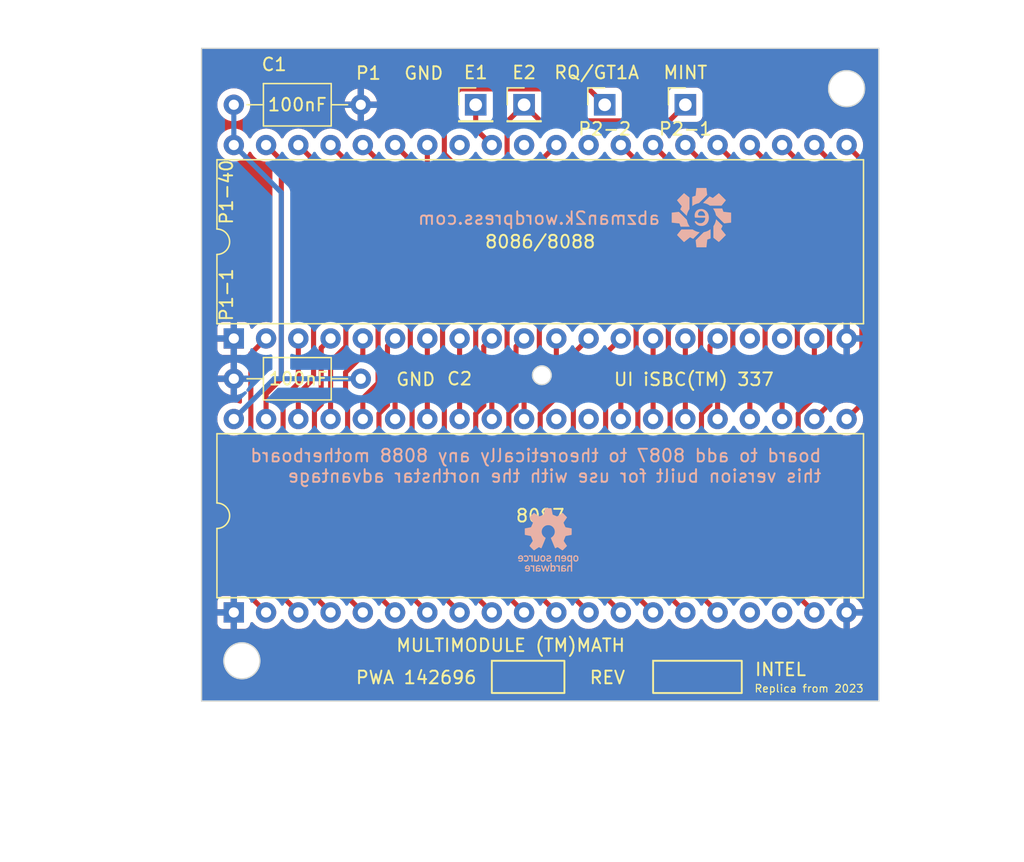
<source format=kicad_pcb>
(kicad_pcb (version 20221018) (generator pcbnew)
  (layers (0 "F.Cu" signal) (31 "B.Cu" signal) (34 "B.Paste" user) (35 "F.Paste" user) (36 "B.SilkS" user "B.Silkscreen") (37 "F.SilkS" user "F.Silkscreen") (38 "B.Mask" user) (39 "F.Mask" user) (44 "Edge.Cuts" user))
  (net 0 "")
  (net 1 "VCC")
  (net 2 "GND")
  (net 3 "{slash}GT1")
  (net 4 "Net-(J4-Pin_1)")
  (net 5 "Net-(U1-AD14)")
  (net 6 "Net-(U1-AD13)")
  (net 7 "Net-(U1-AD12)")
  (net 8 "Net-(U1-AD11)")
  (net 9 "Net-(U1-AD10)")
  (net 10 "Net-(U1-AD9)")
  (net 11 "Net-(U1-AD8)")
  (net 12 "Net-(U1-AD7)")
  (net 13 "Net-(U1-AD6)")
  (net 14 "Net-(U1-AD5)")
  (net 15 "Net-(U1-AD4)")
  (net 16 "Net-(U1-AD3)")
  (net 17 "Net-(U1-AD2)")
  (net 18 "Net-(U1-AD1)")
  (net 19 "Net-(U1-AD0)")
  (net 22 "CLK")
  (net 23 "RESET")
  (net 24 "READY")
  (net 25 "BUSY")
  (net 26 "QS1")
  (net 27 "QS0")
  (net 28 "Net-(U1-~{S0})")
  (net 29 "Net-(U1-~{S1})")
  (net 30 "Net-(U1-~{S2})")
  (net 33 "{slash}GT0")
  (net 34 "Net-(U1-~{BHE}{slash}S7)")
  (net 35 "Net-(U1-A19{slash}S6)")
  (net 36 "Net-(U1-A18{slash}S5)")
  (net 37 "Net-(U1-A17{slash}S4)")
  (net 38 "Net-(U1-A16{slash}S3)")
  (net 39 "Net-(U1-AD15)")
  (net 45 "Net-(J3-Pin_1)")
  (footprint "Capacitor_THT:C_Axial_L5.1mm_D3.1mm_P10.00mm_Horizontal" (layer "F.Cu") (at 31.75 32.385)
    (fp_text reference "C1" (at 3.175 -3.175) (layer "F.SilkS"))
    (fp_text value "100nF" (at 5 0) (layer "F.SilkS"))
    (pad "1" thru_hole circle (at 0 0) (size 1.6 1.6) (drill 0.8) (layers "*.Cu" "*.Mask") (net 1 "VCC"))
    (pad "2" thru_hole oval (at 10 0) (size 1.6 1.6) (drill 0.8) (layers "*.Cu" "*.Mask") (net 2 "GND"))
  )
  (footprint "Connector_PinHeader_2.54mm:PinHeader_1x01_P2.54mm_Vertical" (layer "F.Cu") (at 67.31 32.385)
    (fp_text reference "P2-1" (at 0 1.905) (layer "F.SilkS"))
    (fp_text value "MINT" (at 0 -2.54) (layer "F.SilkS"))
    (pad "1" thru_hole rect (at 0 0) (size 1.7 1.7) (drill 1) (layers "*.Cu" "*.Mask") (net 45 "Net-(J3-Pin_1)"))
  )
  (footprint "Connector_PinHeader_2.54mm:PinHeader_1x01_P2.54mm_Vertical" (layer "F.Cu") (at 50.8 32.385)
    (fp_text reference "J4" hide)
    (fp_text value "E1" (at 0 -2.54) (layer "F.SilkS"))
    (pad "1" thru_hole rect (at 0 0) (size 1.7 1.7) (drill 1) (layers "*.Cu" "*.Mask") (net 4 "Net-(J4-Pin_1)"))
  )
  (footprint "Package_DIP:DIP-40_W15.24mm" (layer "F.Cu") (at 31.75 50.8 90)
    (fp_text reference "U2" hide)
    (fp_text value "8086/8088" (at 7.62 24.13 180) (layer "F.SilkS"))
    (pad "1" thru_hole rect (at 0 0 90) (size 1.6 1.6) (drill 0.8) (layers "*.Cu" "*.Mask") (net 2 "GND"))
    (pad "2" thru_hole oval (at 0 2.54 90) (size 1.6 1.6) (drill 0.8) (layers "*.Cu" "*.Mask") (net 5 "Net-(U1-AD14)"))
    (pad "3" thru_hole oval (at 0 5.08 90) (size 1.6 1.6) (drill 0.8) (layers "*.Cu" "*.Mask") (net 6 "Net-(U1-AD13)"))
    (pad "4" thru_hole oval (at 0 7.62 90) (size 1.6 1.6) (drill 0.8) (layers "*.Cu" "*.Mask") (net 7 "Net-(U1-AD12)"))
    (pad "5" thru_hole oval (at 0 10.16 90) (size 1.6 1.6) (drill 0.8) (layers "*.Cu" "*.Mask") (net 8 "Net-(U1-AD11)"))
    (pad "6" thru_hole oval (at 0 12.7 90) (size 1.6 1.6) (drill 0.8) (layers "*.Cu" "*.Mask") (net 9 "Net-(U1-AD10)"))
    (pad "7" thru_hole oval (at 0 15.24 90) (size 1.6 1.6) (drill 0.8) (layers "*.Cu" "*.Mask") (net 10 "Net-(U1-AD9)"))
    (pad "8" thru_hole oval (at 0 17.78 90) (size 1.6 1.6) (drill 0.8) (layers "*.Cu" "*.Mask") (net 11 "Net-(U1-AD8)"))
    (pad "9" thru_hole oval (at 0 20.32 90) (size 1.6 1.6) (drill 0.8) (layers "*.Cu" "*.Mask") (net 12 "Net-(U1-AD7)"))
    (pad "10" thru_hole oval (at 0 22.86 90) (size 1.6 1.6) (drill 0.8) (layers "*.Cu" "*.Mask") (net 13 "Net-(U1-AD6)"))
    (pad "11" thru_hole oval (at 0 25.4 90) (size 1.6 1.6) (drill 0.8) (layers "*.Cu" "*.Mask") (net 14 "Net-(U1-AD5)"))
    (pad "12" thru_hole oval (at 0 27.94 90) (size 1.6 1.6) (drill 0.8) (layers "*.Cu" "*.Mask") (net 15 "Net-(U1-AD4)"))
    (pad "13" thru_hole oval (at 0 30.48 90) (size 1.6 1.6) (drill 0.8) (layers "*.Cu" "*.Mask") (net 16 "Net-(U1-AD3)"))
    (pad "14" thru_hole oval (at 0 33.02 90) (size 1.6 1.6) (drill 0.8) (layers "*.Cu" "*.Mask") (net 17 "Net-(U1-AD2)"))
    (pad "15" thru_hole oval (at 0 35.56 90) (size 1.6 1.6) (drill 0.8) (layers "*.Cu" "*.Mask") (net 18 "Net-(U1-AD1)"))
    (pad "16" thru_hole oval (at 0 38.1 90) (size 1.6 1.6) (drill 0.8) (layers "*.Cu" "*.Mask") (net 19 "Net-(U1-AD0)"))
    (pad "17" thru_hole oval (at 0 40.64 90) (size 1.6 1.6) (drill 0.8) (layers "*.Cu" "*.Mask"))
    (pad "18" thru_hole oval (at 0 43.18 90) (size 1.6 1.6) (drill 0.8) (layers "*.Cu" "*.Mask"))
    (pad "19" thru_hole oval (at 0 45.72 90) (size 1.6 1.6) (drill 0.8) (layers "*.Cu" "*.Mask") (net 22 "CLK"))
    (pad "20" thru_hole oval (at 0 48.26 90) (size 1.6 1.6) (drill 0.8) (layers "*.Cu" "*.Mask") (net 2 "GND"))
    (pad "21" thru_hole oval (at 15.24 48.26 90) (size 1.6 1.6) (drill 0.8) (layers "*.Cu" "*.Mask") (net 23 "RESET"))
    (pad "22" thru_hole oval (at 15.24 45.72 90) (size 1.6 1.6) (drill 0.8) (layers "*.Cu" "*.Mask") (net 24 "READY"))
    (pad "23" thru_hole oval (at 15.24 43.18 90) (size 1.6 1.6) (drill 0.8) (layers "*.Cu" "*.Mask") (net 25 "BUSY"))
    (pad "24" thru_hole oval (at 15.24 40.64 90) (size 1.6 1.6) (drill 0.8) (layers "*.Cu" "*.Mask") (net 26 "QS1"))
    (pad "25" thru_hole oval (at 15.24 38.1 90) (size 1.6 1.6) (drill 0.8) (layers "*.Cu" "*.Mask") (net 27 "QS0"))
    (pad "26" thru_hole oval (at 15.24 35.56 90) (size 1.6 1.6) (drill 0.8) (layers "*.Cu" "*.Mask") (net 28 "Net-(U1-~{S0})"))
    (pad "27" thru_hole oval (at 15.24 33.02 90) (size 1.6 1.6) (drill 0.8) (layers "*.Cu" "*.Mask") (net 29 "Net-(U1-~{S1})"))
    (pad "28" thru_hole oval (at 15.24 30.48 90) (size 1.6 1.6) (drill 0.8) (layers "*.Cu" "*.Mask") (net 30 "Net-(U1-~{S2})"))
    (pad "29" thru_hole oval (at 15.24 27.94 90) (size 1.6 1.6) (drill 0.8) (layers "*.Cu" "*.Mask"))
    (pad "30" thru_hole oval (at 15.24 25.4 90) (size 1.6 1.6) (drill 0.8) (layers "*.Cu" "*.Mask") (net 33 "{slash}GT0"))
    (pad "31" thru_hole oval (at 15.24 22.86 90) (size 1.6 1.6) (drill 0.8) (layers "*.Cu" "*.Mask"))
    (pad "32" thru_hole oval (at 15.24 20.32 90) (size 1.6 1.6) (drill 0.8) (layers "*.Cu" "*.Mask") (net 4 "Net-(J4-Pin_1)"))
    (pad "33" thru_hole oval (at 15.24 17.78 90) (size 1.6 1.6) (drill 0.8) (layers "*.Cu" "*.Mask"))
    (pad "34" thru_hole oval (at 15.24 15.24 90) (size 1.6 1.6) (drill 0.8) (layers "*.Cu" "*.Mask") (net 34 "Net-(U1-~{BHE}{slash}S7)"))
    (pad "35" thru_hole oval (at 15.24 12.7 90) (size 1.6 1.6) (drill 0.8) (layers "*.Cu" "*.Mask") (net 35 "Net-(U1-A19{slash}S6)"))
    (pad "36" thru_hole oval (at 15.24 10.16 90) (size 1.6 1.6) (drill 0.8) (layers "*.Cu" "*.Mask") (net 36 "Net-(U1-A18{slash}S5)"))
    (pad "37" thru_hole oval (at 15.24 7.62 90) (size 1.6 1.6) (drill 0.8) (layers "*.Cu" "*.Mask") (net 37 "Net-(U1-A17{slash}S4)"))
    (pad "38" thru_hole oval (at 15.24 5.08 90) (size 1.6 1.6) (drill 0.8) (layers "*.Cu" "*.Mask") (net 38 "Net-(U1-A16{slash}S3)"))
    (pad "39" thru_hole oval (at 15.24 2.54 90) (size 1.6 1.6) (drill 0.8) (layers "*.Cu" "*.Mask") (net 39 "Net-(U1-AD15)"))
    (pad "40" thru_hole oval (at 15.24 0 90) (size 1.6 1.6) (drill 0.8) (layers "*.Cu" "*.Mask") (net 1 "VCC"))
  )
  (footprint "Package_DIP:DIP-40_W15.24mm" (layer "F.Cu") (at 31.75 72.39 90)
    (fp_text reference "U1" hide)
    (fp_text value "8087" (at 7.62 24.13 180) (layer "F.SilkS"))
    (pad "1" thru_hole rect (at 0 0 90) (size 1.6 1.6) (drill 0.8) (layers "*.Cu" "*.Mask") (net 2 "GND"))
    (pad "2" thru_hole oval (at 0 2.54 90) (size 1.6 1.6) (drill 0.8) (layers "*.Cu" "*.Mask") (net 5 "Net-(U1-AD14)"))
    (pad "3" thru_hole oval (at 0 5.08 90) (size 1.6 1.6) (drill 0.8) (layers "*.Cu" "*.Mask") (net 6 "Net-(U1-AD13)"))
    (pad "4" thru_hole oval (at 0 7.62 90) (size 1.6 1.6) (drill 0.8) (layers "*.Cu" "*.Mask") (net 7 "Net-(U1-AD12)"))
    (pad "5" thru_hole oval (at 0 10.16 90) (size 1.6 1.6) (drill 0.8) (layers "*.Cu" "*.Mask") (net 8 "Net-(U1-AD11)"))
    (pad "6" thru_hole oval (at 0 12.7 90) (size 1.6 1.6) (drill 0.8) (layers "*.Cu" "*.Mask") (net 9 "Net-(U1-AD10)"))
    (pad "7" thru_hole oval (at 0 15.24 90) (size 1.6 1.6) (drill 0.8) (layers "*.Cu" "*.Mask") (net 10 "Net-(U1-AD9)"))
    (pad "8" thru_hole oval (at 0 17.78 90) (size 1.6 1.6) (drill 0.8) (layers "*.Cu" "*.Mask") (net 11 "Net-(U1-AD8)"))
    (pad "9" thru_hole oval (at 0 20.32 90) (size 1.6 1.6) (drill 0.8) (layers "*.Cu" "*.Mask") (net 12 "Net-(U1-AD7)"))
    (pad "10" thru_hole oval (at 0 22.86 90) (size 1.6 1.6) (drill 0.8) (layers "*.Cu" "*.Mask") (net 13 "Net-(U1-AD6)"))
    (pad "11" thru_hole oval (at 0 25.4 90) (size 1.6 1.6) (drill 0.8) (layers "*.Cu" "*.Mask") (net 14 "Net-(U1-AD5)"))
    (pad "12" thru_hole oval (at 0 27.94 90) (size 1.6 1.6) (drill 0.8) (layers "*.Cu" "*.Mask") (net 15 "Net-(U1-AD4)"))
    (pad "13" thru_hole oval (at 0 30.48 90) (size 1.6 1.6) (drill 0.8) (layers "*.Cu" "*.Mask") (net 16 "Net-(U1-AD3)"))
    (pad "14" thru_hole oval (at 0 33.02 90) (size 1.6 1.6) (drill 0.8) (layers "*.Cu" "*.Mask") (net 17 "Net-(U1-AD2)"))
    (pad "15" thru_hole oval (at 0 35.56 90) (size 1.6 1.6) (drill 0.8) (layers "*.Cu" "*.Mask") (net 18 "Net-(U1-AD1)"))
    (pad "16" thru_hole oval (at 0 38.1 90) (size 1.6 1.6) (drill 0.8) (layers "*.Cu" "*.Mask") (net 19 "Net-(U1-AD0)"))
    (pad "17" thru_hole oval (at 0 40.64 90) (size 1.6 1.6) (drill 0.8) (layers "*.Cu" "*.Mask"))
    (pad "18" thru_hole oval (at 0 43.18 90) (size 1.6 1.6) (drill 0.8) (layers "*.Cu" "*.Mask"))
    (pad "19" thru_hole oval (at 0 45.72 90) (size 1.6 1.6) (drill 0.8) (layers "*.Cu" "*.Mask") (net 22 "CLK"))
    (pad "20" thru_hole oval (at 0 48.26 90) (size 1.6 1.6) (drill 0.8) (layers "*.Cu" "*.Mask") (net 2 "GND"))
    (pad "21" thru_hole oval (at 15.24 48.26 90) (size 1.6 1.6) (drill 0.8) (layers "*.Cu" "*.Mask") (net 23 "RESET"))
    (pad "22" thru_hole oval (at 15.24 45.72 90) (size 1.6 1.6) (drill 0.8) (layers "*.Cu" "*.Mask") (net 24 "READY"))
    (pad "23" thru_hole oval (at 15.24 43.18 90) (size 1.6 1.6) (drill 0.8) (layers "*.Cu" "*.Mask") (net 25 "BUSY"))
    (pad "24" thru_hole oval (at 15.24 40.64 90) (size 1.6 1.6) (drill 0.8) (layers "*.Cu" "*.Mask") (net 26 "QS1"))
    (pad "25" thru_hole oval (at 15.24 38.1 90) (size 1.6 1.6) (drill 0.8) (layers "*.Cu" "*.Mask") (net 27 "QS0"))
    (pad "26" thru_hole oval (at 15.24 35.56 90) (size 1.6 1.6) (drill 0.8) (layers "*.Cu" "*.Mask") (net 28 "Net-(U1-~{S0})"))
    (pad "27" thru_hole oval (at 15.24 33.02 90) (size 1.6 1.6) (drill 0.8) (layers "*.Cu" "*.Mask") (net 29 "Net-(U1-~{S1})"))
    (pad "28" thru_hole oval (at 15.24 30.48 90) (size 1.6 1.6) (drill 0.8) (layers "*.Cu" "*.Mask") (net 30 "Net-(U1-~{S2})"))
    (pad "29" thru_hole oval (at 15.24 27.94 90) (size 1.6 1.6) (drill 0.8) (layers "*.Cu" "*.Mask"))
    (pad "30" thru_hole oval (at 15.24 25.4 90) (size 1.6 1.6) (drill 0.8) (layers "*.Cu" "*.Mask"))
    (pad "31" thru_hole oval (at 15.24 22.86 90) (size 1.6 1.6) (drill 0.8) (layers "*.Cu" "*.Mask") (net 33 "{slash}GT0"))
    (pad "32" thru_hole oval (at 15.24 20.32 90) (size 1.6 1.6) (drill 0.8) (layers "*.Cu" "*.Mask") (net 45 "Net-(J3-Pin_1)"))
    (pad "33" thru_hole oval (at 15.24 17.78 90) (size 1.6 1.6) (drill 0.8) (layers "*.Cu" "*.Mask") (net 3 "{slash}GT1"))
    (pad "34" thru_hole oval (at 15.24 15.24 90) (size 1.6 1.6) (drill 0.8) (layers "*.Cu" "*.Mask") (net 34 "Net-(U1-~{BHE}{slash}S7)"))
    (pad "35" thru_hole oval (at 15.24 12.7 90) (size 1.6 1.6) (drill 0.8) (layers "*.Cu" "*.Mask") (net 35 "Net-(U1-A19{slash}S6)"))
    (pad "36" thru_hole oval (at 15.24 10.16 90) (size 1.6 1.6) (drill 0.8) (layers "*.Cu" "*.Mask") (net 36 "Net-(U1-A18{slash}S5)"))
    (pad "37" thru_hole oval (at 15.24 7.62 90) (size 1.6 1.6) (drill 0.8) (layers "*.Cu" "*.Mask") (net 37 "Net-(U1-A17{slash}S4)"))
    (pad "38" thru_hole oval (at 15.24 5.08 90) (size 1.6 1.6) (drill 0.8) (layers "*.Cu" "*.Mask") (net 38 "Net-(U1-A16{slash}S3)"))
    (pad "39" thru_hole oval (at 15.24 2.54 90) (size 1.6 1.6) (drill 0.8) (layers "*.Cu" "*.Mask") (net 39 "Net-(U1-AD15)"))
    (pad "40" thru_hole oval (at 15.24 0 90) (size 1.6 1.6) (drill 0.8) (layers "*.Cu" "*.Mask") (net 1 "VCC"))
  )
  (footprint "Connector_PinHeader_2.54mm:PinHeader_1x01_P2.54mm_Vertical" (layer "F.Cu") (at 60.96 32.385)
    (fp_text reference "P2-2" (at 0 1.905) (layer "F.SilkS"))
    (fp_text value "RQ/GT1A" (at -0.635 -2.54) (layer "F.SilkS"))
    (pad "1" thru_hole rect (at 0 0) (size 1.7 1.7) (drill 1) (layers "*.Cu" "*.Mask") (net 3 "{slash}GT1"))
  )
  (footprint "Connector_PinHeader_2.54mm:PinHeader_1x01_P2.54mm_Vertical" (layer "F.Cu") (at 54.61 32.385)
    (fp_text reference "J3" hide)
    (fp_text value "E2" (at 0 -2.54) (layer "F.SilkS"))
    (pad "1" thru_hole rect (at 0 0) (size 1.7 1.7) (drill 1) (layers "*.Cu" "*.Mask") (net 45 "Net-(J3-Pin_1)"))
  )
  (footprint "Capacitor_THT:C_Axial_L5.1mm_D3.1mm_P10.00mm_Horizontal" (layer "F.Cu") (at 41.75 53.975 180)
    (fp_text reference "C2" (at -7.78 0) (layer "F.SilkS"))
    (fp_text value "100nF" (at 4.92 0) (layer "F.SilkS"))
    (pad "1" thru_hole circle (at 0 0 180) (size 1.6 1.6) (drill 0.8) (layers "*.Cu" "*.Mask") (net 1 "VCC"))
    (pad "2" thru_hole oval (at 10 0 180) (size 1.6 1.6) (drill 0.8) (layers "*.Cu" "*.Mask") (net 2 "GND"))
  )
  (footprint "Evan's parts:OSHW gear" (layer "B.Cu") (at 56.515 66.675 180)
    (fp_text reference "G***" hide)
    (fp_text value "LOGO" hide)
  )
  (footprint "Evan's parts:Evan Logo" (layer "B.Cu") (at 68.58 41.275 180)
    (fp_text reference "G***" hide)
    (fp_text value "LOGO" hide)
  )
  (gr_rect (start 52.07 76.2) (end 57.785 78.74) (stroke (width 0.15)) (fill none) (layer "F.SilkS"))
  (gr_rect (start 64.77 76.2) (end 71.755 78.74) (stroke (width 0.15)) (fill none) (layer "F.SilkS"))
  (gr_circle (center 56.007 53.69953) (end 55.626 53.06453) (stroke (width 0.1)) (fill none) (layer "Edge.Cuts"))
  (gr_line (start 82.55 27.94) (end 82.55 79.375) (stroke (width 0.1)) (layer "Edge.Cuts"))
  (gr_line (start 29.21 27.94) (end 82.55 27.94) (stroke (width 0.1)) (layer "Edge.Cuts"))
  (gr_line (start 82.55 79.375) (end 29.21 79.375) (stroke (width 0.1)) (layer "Edge.Cuts"))
  (gr_circle (center 32.385 76.2) (end 33.02 77.47) (stroke (width 0.1)) (fill none) (layer "Edge.Cuts"))
  (gr_circle (center 80.01 31.115) (end 79.375 32.385) (stroke (width 0.1)) (fill none) (layer "Edge.Cuts"))
  (gr_line (start 29.21 27.94) (end 29.21 79.375) (stroke (width 0.1)) (layer "Edge.Cuts"))
  (gr_text "board to add 8087 to theoretically any 8088 motherboard\nthis version built for use with the northstar advantage" (at 78.105 62.23) (layer "B.SilkS") (effects (font (size 1 1)) (justify left bottom mirror)))
  (gr_text "abzman2k.wordpress.com" (at 65.405 41.91) (layer "B.SilkS") (effects (font (size 1 1)) (justify left bottom mirror)))
  (gr_text "INTEL" (at 72.7075 77.47) (layer "F.SilkS") (effects (font (size 1 1)) (justify left bottom)))
  (gr_text "MULTIMODULE (TM)MATH" (at 44.45 75.565) (layer "F.SilkS") (effects (font (size 1 1)) (justify left bottom)))
  (gr_text "P1-40" (at 31.75 41.91 90) (layer "F.SilkS") (effects (font (size 1 1)) (justify left bottom)))
  (gr_text "PWA 142696" (at 41.275 78.105) (layer "F.SilkS") (effects (font (size 1 1)) (justify left bottom)))
  (gr_text "REV" (at 59.69 78.105) (layer "F.SilkS") (effects (font (size 1 1)) (justify left bottom)))
  (gr_text "UI iSBC(TM) 337" (at 61.595 54.61) (layer "F.SilkS") (effects (font (size 1 1)) (justify left bottom)))
  (gr_text "GND" (at 45.085 30.48) (layer "F.SilkS") (effects (font (size 1 1)) (justify left bottom)))
  (gr_text "Replica from 2023" (at 72.7075 78.74) (layer "F.SilkS") (effects (font (size 0.6 0.6) (thickness 0.09)) (justify left bottom)))
  (gr_text "P1-1" (at 31.75 49.53 90) (layer "F.SilkS") (effects (font (size 1 1)) (justify left bottom)))
  (gr_text "P1" (at 41.275 30.48) (layer "F.SilkS") (effects (font (size 1 1)) (justify left bottom)))
  (gr_text "GND" (at 44.45 54.61) (layer "F.SilkS") (effects (font (size 1 1)) (justify left bottom)))
  (segment (start 31.75 32.385) (end 31.75 35.56) (width 0.4) (layer "B.Cu") (net 1))
  (segment (start 34.925 53.975) (end 35.56 53.975) (width 0.4) (layer "B.Cu") (net 1))
  (segment (start 35.56 53.975) (end 41.75 53.975) (width 0.4) (layer "B.Cu") (net 1))
  (segment (start 31.75 35.56) (end 35.49 39.3) (width 0.4) (layer "B.Cu") (net 1))
  (segment (start 35.49 39.3) (end 35.49 53.905) (width 0.4) (layer "B.Cu") (net 1))
  (segment (start 35.49 53.905) (end 35.56 53.975) (width 0.4) (layer "B.Cu") (net 1))
  (segment (start 31.75 57.15) (end 34.925 53.975) (width 0.4) (layer "B.Cu") (net 1))
  (segment (start 49.55 31.135) (end 48.33 32.355) (width 0.4) (layer "F.Cu") (net 3))
  (segment (start 48.33 36.265) (end 50.8 38.735) (width 0.4) (layer "F.Cu") (net 3))
  (segment (start 49.53 57.15) (end 49.53 55.245) (width 0.4) (layer "F.Cu") (net 3))
  (segment (start 60.96 32.385) (end 59.71 31.135) (width 0.4) (layer "F.Cu") (net 3))
  (segment (start 49.53 55.245) (end 50.8 53.975) (width 0.4) (layer "F.Cu") (net 3))
  (segment (start 48.33 32.355) (end 48.33 36.265) (width 0.4) (layer "F.Cu") (net 3))
  (segment (start 59.71 31.135) (end 49.55 31.135) (width 0.4) (layer "F.Cu") (net 3))
  (segment (start 50.8 38.735) (end 50.8 53.975) (width 0.4) (layer "F.Cu") (net 3))
  (segment (start 50.8 34.29) (end 52.07 35.56) (width 0.4) (layer "F.Cu") (net 4))
  (segment (start 50.8 32.385) (end 50.8 34.29) (width 0.4) (layer "F.Cu") (net 4))
  (segment (start 33.09 71.19) (end 34.29 72.39) (width 0.4) (layer "F.Cu") (net 5))
  (segment (start 33.09 52) (end 33.09 71.19) (width 0.4) (layer "F.Cu") (net 5))
  (segment (start 34.29 50.8) (end 33.09 52) (width 0.4) (layer "F.Cu") (net 5))
  (segment (start 36.83 54.326472) (end 35.63 55.526472) (width 0.4) (layer "F.Cu") (net 6))
  (segment (start 35.63 55.526472) (end 35.63 71.19) (width 0.4) (layer "F.Cu") (net 6))
  (segment (start 35.63 71.19) (end 36.83 72.39) (width 0.4) (layer "F.Cu") (net 6))
  (segment (start 36.83 50.8) (end 36.83 54.326472) (width 0.4) (layer "F.Cu") (net 6))
  (segment (start 38.1 71.12) (end 39.37 72.39) (width 0.4) (layer "F.Cu") (net 7))
  (segment (start 39.37 50.8) (end 38.63 51.54) (width 0.4) (layer "F.Cu") (net 7))
  (segment (start 38.63 55.985) (end 38.1 56.515) (width 0.4) (layer "F.Cu") (net 7))
  (segment (start 38.1 56.515) (end 38.1 71.12) (width 0.4) (layer "F.Cu") (net 7))
  (segment (start 38.63 51.54) (end 38.63 55.985) (width 0.4) (layer "F.Cu") (net 7))
  (segment (start 41.91 50.8) (end 41.91 52.117943) (width 0.4) (layer "F.Cu") (net 8))
  (segment (start 40.71 71.19) (end 41.91 72.39) (width 0.4) (layer "F.Cu") (net 8))
  (segment (start 40.55 55.790001) (end 40.71 55.950001) (width 0.4) (layer "F.Cu") (net 8))
  (segment (start 41.91 52.117943) (end 40.55 53.477943) (width 0.4) (layer "F.Cu") (net 8))
  (segment (start 40.55 53.477943) (end 40.55 55.790001) (width 0.4) (layer "F.Cu") (net 8))
  (segment (start 40.71 55.950001) (end 40.71 71.19) (width 0.4) (layer "F.Cu") (net 8))
  (segment (start 44.45 50.8) (end 43.85 51.4) (width 0.4) (layer "F.Cu") (net 9))
  (segment (start 43.85 56.052943) (end 43.18 56.722943) (width 0.4) (layer "F.Cu") (net 9))
  (segment (start 43.18 71.12) (end 44.45 72.39) (width 0.4) (layer "F.Cu") (net 9))
  (segment (start 43.85 51.4) (end 43.85 56.052943) (width 0.4) (layer "F.Cu") (net 9))
  (segment (start 43.18 56.722943) (end 43.18 71.12) (width 0.4) (layer "F.Cu") (net 9))
  (segment (start 46.99 50.8) (end 46.99 54.326472) (width 0.4) (layer "F.Cu") (net 10))
  (segment (start 45.79 55.526472) (end 45.79 71.19) (width 0.4) (layer "F.Cu") (net 10))
  (segment (start 46.99 54.326472) (end 45.79 55.526472) (width 0.4) (layer "F.Cu") (net 10))
  (segment (start 45.79 71.19) (end 46.99 72.39) (width 0.4) (layer "F.Cu") (net 10))
  (segment (start 49.53 50.8) (end 49.53 54.396472) (width 0.4) (layer "F.Cu") (net 11))
  (segment (start 48.33 71.19) (end 49.53 72.39) (width 0.4) (layer "F.Cu") (net 11))
  (segment (start 49.53 54.396472) (end 48.33 55.596472) (width 0.4) (layer "F.Cu") (net 11))
  (segment (start 48.33 55.596472) (end 48.33 71.19) (width 0.4) (layer "F.Cu") (net 11))
  (segment (start 50.8 56.722943) (end 50.8 71.12) (width 0.4) (layer "F.Cu") (net 12))
  (segment (start 51.435 56.087943) (end 50.8 56.722943) (width 0.4) (layer "F.Cu") (net 12))
  (segment (start 52.07 50.8) (end 51.435 51.435) (width 0.4) (layer "F.Cu") (net 12))
  (segment (start 51.435 51.435) (end 51.435 56.087943) (width 0.4) (layer "F.Cu") (net 12))
  (segment (start 50.8 71.12) (end 52.07 72.39) (width 0.4) (layer "F.Cu") (net 12))
  (segment (start 53.41 71.19) (end 54.61 72.39) (width 0.4) (layer "F.Cu") (net 13))
  (segment (start 53.975 51.435) (end 53.975 56.087943) (width 0.4) (layer "F.Cu") (net 13))
  (segment (start 54.61 50.8) (end 53.975 51.435) (width 0.4) (layer "F.Cu") (net 13))
  (segment (start 53.41 56.652943) (end 53.41 71.19) (width 0.4) (layer "F.Cu") (net 13))
  (segment (start 53.975 56.087943) (end 53.41 56.652943) (width 0.4) (layer "F.Cu") (net 13))
  (segment (start 57.15 55.452943) (end 55.88 56.722943) (width 0.4) (layer "F.Cu") (net 14))
  (segment (start 55.88 56.722943) (end 55.88 71.12) (width 0.4) (layer "F.Cu") (net 14))
  (segment (start 57.15 50.8) (end 57.15 55.452943) (width 0.4) (layer "F.Cu") (net 14))
  (segment (start 55.88 71.12) (end 57.15 72.39) (width 0.4) (layer "F.Cu") (net 14))
  (segment (start 59.69 50.8) (end 58.49 52) (width 0.4) (layer "F.Cu") (net 15))
  (segment (start 58.49 52) (end 58.49 71.19) (width 0.4) (layer "F.Cu") (net 15))
  (segment (start 58.49 71.19) (end 59.69 72.39) (width 0.4) (layer "F.Cu") (net 15))
  (segment (start 62.23 50.8) (end 61.03 52) (width 0.4) (layer "F.Cu") (net 16))
  (segment (start 61.03 71.19) (end 62.23 72.39) (width 0.4) (layer "F.Cu") (net 16))
  (segment (start 61.03 52) (end 61.03 71.19) (width 0.4) (layer "F.Cu") (net 16))
  (segment (start 63.57 55.526472) (end 63.57 71.19) (width 0.4) (layer "F.Cu") (net 17))
  (segment (start 64.77 54.326472) (end 63.57 55.526472) (width 0.4) (layer "F.Cu") (net 17))
  (segment (start 63.57 71.19) (end 64.77 72.39) (width 0.4) (layer "F.Cu") (net 17))
  (segment (start 64.77 50.8) (end 64.77 54.326472) (width 0.4) (layer "F.Cu") (net 17))
  (segment (start 66.11 71.19) (end 67.31 72.39) (width 0.4) (layer "F.Cu") (net 18))
  (segment (start 66.11 55.526472) (end 66.11 71.19) (width 0.4) (layer "F.Cu") (net 18))
  (segment (start 67.31 50.8) (end 67.31 54.326472) (width 0.4) (layer "F.Cu") (net 18))
  (segment (start 67.31 54.326472) (end 66.11 55.526472) (width 0.4) (layer "F.Cu") (net 18))
  (segment (start 68.58 56.722943) (end 68.58 71.12) (width 0.4) (layer "F.Cu") (net 19))
  (segment (start 69.25 56.052943) (end 68.58 56.722943) (width 0.4) (layer "F.Cu") (net 19))
  (segment (start 69.85 50.8) (end 69.25 51.4) (width 0.4) (layer "F.Cu") (net 19))
  (segment (start 69.25 51.4) (end 69.25 56.052943) (width 0.4) (layer "F.Cu") (net 19))
  (segment (start 68.58 71.12) (end 69.85 72.39) (width 0.4) (layer "F.Cu") (net 19))
  (segment (start 76.2 71.12) (end 77.47 72.39) (width 0.4) (layer "F.Cu") (net 22))
  (segment (start 77.47 50.8) (end 77.47 55.452943) (width 0.4) (layer "F.Cu") (net 22))
  (segment (start 77.47 55.452943) (end 76.2 56.722943) (width 0.4) (layer "F.Cu") (net 22))
  (segment (start 76.2 56.722943) (end 76.2 71.12) (width 0.4) (layer "F.Cu") (net 22))
  (segment (start 80.01 35.56) (end 81.21 36.76) (width 0.4) (layer "F.Cu") (net 23))
  (segment (start 81.21 55.95) (end 80.01 57.15) (width 0.4) (layer "F.Cu") (net 23))
  (segment (start 81.21 36.76) (end 81.21 55.95) (width 0.4) (layer "F.Cu") (net 23))
  (segment (start 78.67 36.76) (end 78.67 55.95) (width 0.4) (layer "F.Cu") (net 24))
  (segment (start 77.47 35.56) (end 78.67 36.76) (width 0.4) (layer "F.Cu") (net 24))
  (segment (start 78.67 55.95) (end 77.47 57.15) (width 0.4) (layer "F.Cu") (net 24))
  (segment (start 74.93 57.15) (end 74.93 55.175) (width 0.4) (layer "F.Cu") (net 25))
  (segment (start 74.93 55.175) (end 76.13 53.975) (width 0.4) (layer "F.Cu") (net 25))
  (segment (start 74.93 35.56) (end 76.13 36.76) (width 0.4) (layer "F.Cu") (net 25))
  (segment (start 76.13 36.76) (end 76.13 53.975) (width 0.4) (layer "F.Cu") (net 25))
  (segment (start 73.59 36.76) (end 73.59 53.975) (width 0.4) (layer "F.Cu") (net 26))
  (segment (start 72.39 35.56) (end 73.59 36.76) (width 0.4) (layer "F.Cu") (net 26))
  (segment (start 72.39 57.15) (end 72.39 55.175) (width 0.4) (layer "F.Cu") (net 26))
  (segment (start 72.39 55.175) (end 73.59 53.975) (width 0.4) (layer "F.Cu") (net 26))
  (segment (start 69.85 57.15) (end 69.85 55.175) (width 0.4) (layer "F.Cu") (net 27))
  (segment (start 69.85 35.56) (end 71.05 36.76) (width 0.4) (layer "F.Cu") (net 27))
  (segment (start 69.85 55.175) (end 71.05 53.975) (width 0.4) (layer "F.Cu") (net 27))
  (segment (start 71.05 36.76) (end 71.05 53.975) (width 0.4) (layer "F.Cu") (net 27))
  (segment (start 68.51 36.76) (end 68.51 53.975) (width 0.4) (layer "F.Cu") (net 28))
  (segment (start 67.31 55.175) (end 68.51 53.975) (width 0.4) (layer "F.Cu") (net 28))
  (segment (start 67.31 57.15) (end 67.31 55.175) (width 0.4) (layer "F.Cu") (net 28))
  (segment (start 67.31 35.56) (end 68.51 36.76) (width 0.4) (layer "F.Cu") (net 28))
  (segment (start 64.77 35.56) (end 65.97 36.76) (width 0.4) (layer "F.Cu") (net 29))
  (segment (start 64.77 55.175) (end 65.97 53.975) (width 0.4) (layer "F.Cu") (net 29))
  (segment (start 64.77 57.15) (end 64.77 55.175) (width 0.4) (layer "F.Cu") (net 29))
  (segment (start 65.97 36.76) (end 65.97 53.975) (width 0.4) (layer "F.Cu") (net 29))
  (segment (start 63.43 36.76) (end 63.43 53.975) (width 0.4) (layer "F.Cu") (net 30))
  (segment (start 62.23 57.15) (end 62.23 55.175) (width 0.4) (layer "F.Cu") (net 30))
  (segment (start 62.23 55.175) (end 63.43 53.975) (width 0.4) (layer "F.Cu") (net 30))
  (segment (start 62.23 35.56) (end 63.43 36.76) (width 0.4) (layer "F.Cu") (net 30))
  (segment (start 55.81 36.9) (end 57.15 35.56) (width 0.4) (layer "F.Cu") (net 33))
  (segment (start 55.81 52.07) (end 55.81 36.9) (width 0.4) (layer "F.Cu") (net 33))
  (segment (start 54.61 53.27) (end 55.81 52.07) (width 0.4) (layer "F.Cu") (net 33))
  (segment (start 54.61 57.15) (end 54.61 53.27) (width 0.4) (layer "F.Cu") (net 33))
  (segment (start 48.19 38.735) (end 48.19 53.975) (width 0.4) (layer "F.Cu") (net 34))
  (segment (start 46.99 35.56) (end 46.99 37.535) (width 0.4) (layer "F.Cu") (net 34))
  (segment (start 46.99 55.175) (end 48.19 53.975) (width 0.4) (layer "F.Cu") (net 34))
  (segment (start 46.99 57.15) (end 46.99 55.175) (width 0.4) (layer "F.Cu") (net 34))
  (segment (start 46.99 37.535) (end 48.19 38.735) (width 0.4) (layer "F.Cu") (net 34))
  (segment (start 44.45 55.175) (end 45.65 53.975) (width 0.4) (layer "F.Cu") (net 35))
  (segment (start 44.45 57.15) (end 44.45 55.175) (width 0.4) (layer "F.Cu") (net 35))
  (segment (start 45.65 36.76) (end 45.65 53.975) (width 0.4) (layer "F.Cu") (net 35))
  (segment (start 44.45 35.56) (end 45.65 36.76) (width 0.4) (layer "F.Cu") (net 35))
  (segment (start 43.11 54.312057) (end 41.91 55.512058) (width 0.4) (layer "F.Cu") (net 36))
  (segment (start 41.91 55.512058) (end 41.91 57.15) (width 0.4) (layer "F.Cu") (net 36))
  (segment (start 43.11 36.76) (end 43.11 54.312057) (width 0.4) (layer "F.Cu") (net 36))
  (segment (start 41.91 35.56) (end 43.11 36.76) (width 0.4) (layer "F.Cu") (net 36))
  (segment (start 40.57 36.76) (end 39.37 35.56) (width 0.4) (layer "F.Cu") (net 37))
  (segment (start 39.37 57.15) (end 39.37 52.635) (width 0.4) (layer "F.Cu") (net 37))
  (segment (start 40.57 51.435) (end 40.57 36.76) (width 0.4) (layer "F.Cu") (net 37))
  (segment (start 39.37 52.635) (end 40.57 51.435) (width 0.4) (layer "F.Cu") (net 37))
  (segment (start 36.83 55.175) (end 38.03 53.975) (width 0.4) (layer "F.Cu") (net 38))
  (segment (start 36.83 35.56) (end 38.03 36.76) (width 0.4) (layer "F.Cu") (net 38))
  (segment (start 38.03 36.76) (end 38.03 53.975) (width 0.4) (layer "F.Cu") (net 38))
  (segment (start 36.83 57.15) (end 36.83 55.175) (width 0.4) (layer "F.Cu") (net 38))
  (segment (start 35.49 36.76) (end 35.49 53.975) (width 0.4) (layer "F.Cu") (net 39))
  (segment (start 34.29 57.15) (end 34.29 55.175) (width 0.4) (layer "F.Cu") (net 39))
  (segment (start 34.29 35.56) (end 35.49 36.76) (width 0.4) (layer "F.Cu") (net 39))
  (segment (start 34.29 55.175) (end 35.49 53.975) (width 0.4) (layer "F.Cu") (net 39))
  (segment (start 54.61 32.385) (end 55.88 33.655) (width 0.4) (layer "F.Cu") (net 45))
  (segment (start 52.07 55.175) (end 53.27 53.975) (width 0.4) (layer "F.Cu") (net 45))
  (segment (start 66.04 33.655) (end 67.31 32.385) (width 0.4) (layer "F.Cu") (net 45))
  (segment (start 52.07 57.15) (end 52.07 55.175) (width 0.4) (layer "F.Cu") (net 45))
  (segment (start 54.61 32.385) (end 53.27 33.725) (width 0.4) (layer "F.Cu") (net 45))
  (segment (start 55.88 33.655) (end 66.04 33.655) (width 0.4) (layer "F.Cu") (net 45))
  (segment (start 53.27 33.725) (end 53.27 53.975) (width 0.4) (layer "F.Cu") (net 45))
  (zone (net 2) (net_name "GND") (layers "F&B.Cu") (connect_pads (clearance 0.5)) (min_thickness 0.25) (fill yes (thermal_gap 0.5) (thermal_bridge_width 0.5))
    (polygon (pts (xy 17.78 26.035) (xy 93.98 24.13) (xy 92.075 92.075) (xy 13.335 90.805)))
  )
)
</source>
